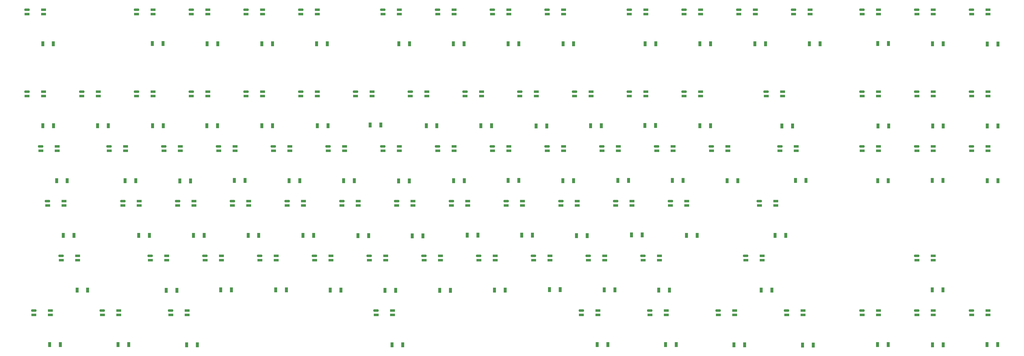
<source format=gbp>
G04*
G04 #@! TF.GenerationSoftware,Altium Limited,Altium Designer,20.0.2 (26)*
G04*
G04 Layer_Color=128*
%FSLAX25Y25*%
%MOIN*%
G70*
G01*
G75*
%ADD143R,0.06693X0.03543*%
G04:AMPARAMS|DCode=144|XSize=70.87mil|YSize=35.43mil|CornerRadius=0mil|HoleSize=0mil|Usage=FLASHONLY|Rotation=0.000|XOffset=0mil|YOffset=0mil|HoleType=Round|Shape=Octagon|*
%AMOCTAGOND144*
4,1,8,0.03543,-0.00886,0.03543,0.00886,0.02657,0.01772,-0.02657,0.01772,-0.03543,0.00886,-0.03543,-0.00886,-0.02657,-0.01772,0.02657,-0.01772,0.03543,-0.00886,0.0*
%
%ADD144OCTAGOND144*%

%ADD145R,0.04400X0.06700*%
D143*
X135060Y179328D02*
D03*
Y173423D02*
D03*
X112619D02*
D03*
X1091311Y254328D02*
D03*
Y248423D02*
D03*
X1068870D02*
D03*
X75036Y98477D02*
D03*
X97476D02*
D03*
Y104383D02*
D03*
X168785Y98477D02*
D03*
X191226D02*
D03*
Y104383D02*
D03*
X262535Y98477D02*
D03*
X284976D02*
D03*
Y104383D02*
D03*
X825034Y98477D02*
D03*
X847475D02*
D03*
Y104383D02*
D03*
X918786Y98477D02*
D03*
X941227D02*
D03*
Y104383D02*
D03*
X1012534Y98477D02*
D03*
X1034975D02*
D03*
Y104383D02*
D03*
X1106286Y98477D02*
D03*
X1128727D02*
D03*
Y104383D02*
D03*
X1078244Y398423D02*
D03*
X1100685D02*
D03*
Y404328D02*
D03*
X116256Y254334D02*
D03*
Y248429D02*
D03*
X93815D02*
D03*
X1072559Y179328D02*
D03*
Y173423D02*
D03*
X1050118D02*
D03*
X65744Y510924D02*
D03*
X88185D02*
D03*
Y516830D02*
D03*
X215744Y510924D02*
D03*
X238185D02*
D03*
Y516830D02*
D03*
X290744Y510924D02*
D03*
X313185D02*
D03*
Y516830D02*
D03*
X365744Y510924D02*
D03*
X388185D02*
D03*
Y516830D02*
D03*
X440744Y510924D02*
D03*
X463185D02*
D03*
Y516830D02*
D03*
X553244Y510924D02*
D03*
X575685D02*
D03*
Y516830D02*
D03*
X628244Y510924D02*
D03*
X650685D02*
D03*
Y516830D02*
D03*
X703244Y510924D02*
D03*
X725685D02*
D03*
Y516830D02*
D03*
X778244Y510924D02*
D03*
X800685D02*
D03*
Y516830D02*
D03*
X890744Y510924D02*
D03*
X913185D02*
D03*
Y516830D02*
D03*
X965744Y510924D02*
D03*
X988185D02*
D03*
Y516830D02*
D03*
X1040744Y510924D02*
D03*
X1063185D02*
D03*
Y516830D02*
D03*
X1115744Y510924D02*
D03*
X1138185D02*
D03*
Y516830D02*
D03*
X1209496Y510924D02*
D03*
X1231937D02*
D03*
Y516830D02*
D03*
X1284496Y510924D02*
D03*
X1306937D02*
D03*
Y516830D02*
D03*
X1359496Y510924D02*
D03*
X1381937D02*
D03*
Y516830D02*
D03*
X65744Y398423D02*
D03*
X88185D02*
D03*
Y404328D02*
D03*
X140744Y398423D02*
D03*
X163185D02*
D03*
Y404328D02*
D03*
X215744Y398423D02*
D03*
X238185D02*
D03*
Y404328D02*
D03*
X290744Y398423D02*
D03*
X313185D02*
D03*
Y404328D02*
D03*
X365744Y398423D02*
D03*
X388185D02*
D03*
Y404328D02*
D03*
X440744Y398423D02*
D03*
X463185D02*
D03*
Y404328D02*
D03*
X515744Y398423D02*
D03*
X538185D02*
D03*
Y404328D02*
D03*
X590744Y398423D02*
D03*
X613185D02*
D03*
Y404328D02*
D03*
X665744Y398423D02*
D03*
X688185D02*
D03*
Y404328D02*
D03*
X740744Y398423D02*
D03*
X763185D02*
D03*
Y404328D02*
D03*
X815744Y398423D02*
D03*
X838185D02*
D03*
Y404328D02*
D03*
X890744Y398423D02*
D03*
X913185D02*
D03*
Y404328D02*
D03*
X965744Y398423D02*
D03*
X988185D02*
D03*
Y404328D02*
D03*
X1209496Y398423D02*
D03*
X1231937D02*
D03*
Y404328D02*
D03*
X1284496Y398423D02*
D03*
X1306937D02*
D03*
Y404328D02*
D03*
X1359496Y398423D02*
D03*
X1381937D02*
D03*
Y404328D02*
D03*
X178244Y323423D02*
D03*
X200685D02*
D03*
Y329328D02*
D03*
X253244Y323423D02*
D03*
X275685D02*
D03*
Y329328D02*
D03*
X328244Y323423D02*
D03*
X350685D02*
D03*
Y329328D02*
D03*
X403244Y323423D02*
D03*
X425685D02*
D03*
Y329328D02*
D03*
X478244Y323423D02*
D03*
X500685D02*
D03*
Y329328D02*
D03*
X553244Y323423D02*
D03*
X575685D02*
D03*
Y329328D02*
D03*
X628244Y323423D02*
D03*
X650685D02*
D03*
Y329328D02*
D03*
X1359496Y98423D02*
D03*
X1381937D02*
D03*
Y104329D02*
D03*
X703244Y323423D02*
D03*
X725685D02*
D03*
Y329328D02*
D03*
X778244Y323423D02*
D03*
X800685D02*
D03*
Y329328D02*
D03*
X853244Y323423D02*
D03*
X875685D02*
D03*
Y329328D02*
D03*
X928244Y323423D02*
D03*
X950685D02*
D03*
Y329328D02*
D03*
X1003244Y323423D02*
D03*
X1025685D02*
D03*
Y329328D02*
D03*
X1209496Y323423D02*
D03*
X1231937D02*
D03*
Y329328D02*
D03*
X1284496Y323423D02*
D03*
X1306937D02*
D03*
Y329328D02*
D03*
X1359496Y323423D02*
D03*
X1381937D02*
D03*
Y329328D02*
D03*
X196994Y248423D02*
D03*
X219435D02*
D03*
Y254328D02*
D03*
X271994Y248423D02*
D03*
X294435D02*
D03*
Y254328D02*
D03*
X346994Y248423D02*
D03*
X369435D02*
D03*
Y254328D02*
D03*
X421996Y248423D02*
D03*
X444437D02*
D03*
Y254328D02*
D03*
X496996Y248423D02*
D03*
X519437D02*
D03*
Y254328D02*
D03*
X571996Y248423D02*
D03*
X594437D02*
D03*
Y254328D02*
D03*
X646996Y248423D02*
D03*
X669437D02*
D03*
Y254328D02*
D03*
X721996Y248423D02*
D03*
X744437D02*
D03*
Y254328D02*
D03*
X796996Y248423D02*
D03*
X819437D02*
D03*
Y254328D02*
D03*
X871996Y248423D02*
D03*
X894437D02*
D03*
Y254328D02*
D03*
X946996Y248423D02*
D03*
X969437D02*
D03*
Y254328D02*
D03*
X234494Y173423D02*
D03*
X256935D02*
D03*
Y179328D02*
D03*
X309494Y173423D02*
D03*
X331935D02*
D03*
Y179328D02*
D03*
X384496Y173423D02*
D03*
X406937D02*
D03*
Y179328D02*
D03*
X459496Y173423D02*
D03*
X481937D02*
D03*
Y179328D02*
D03*
X534496Y173423D02*
D03*
X556937D02*
D03*
Y179328D02*
D03*
X609496Y173423D02*
D03*
X631937D02*
D03*
Y179328D02*
D03*
X684496Y173423D02*
D03*
X706937D02*
D03*
Y179328D02*
D03*
X759496Y173423D02*
D03*
X781937D02*
D03*
Y179328D02*
D03*
X834496Y173423D02*
D03*
X856937D02*
D03*
Y179328D02*
D03*
X909496Y173423D02*
D03*
X931937D02*
D03*
Y179328D02*
D03*
X1284496Y173423D02*
D03*
X1306937D02*
D03*
Y179328D02*
D03*
X1209496Y98423D02*
D03*
X1231937D02*
D03*
Y104329D02*
D03*
X1284496Y98423D02*
D03*
X1306937D02*
D03*
Y104329D02*
D03*
X106935Y329328D02*
D03*
Y323423D02*
D03*
X84494D02*
D03*
X1119437Y329328D02*
D03*
Y323423D02*
D03*
X1096996D02*
D03*
X543870Y98423D02*
D03*
X566311D02*
D03*
Y104329D02*
D03*
D144*
X112423Y179328D02*
D03*
X1068673Y254328D02*
D03*
X74839Y104383D02*
D03*
X168588D02*
D03*
X262338D02*
D03*
X824837D02*
D03*
X918589D02*
D03*
X1012337D02*
D03*
X1106089D02*
D03*
X1078047Y404328D02*
D03*
X93619Y254334D02*
D03*
X1049921Y179328D02*
D03*
X65547Y516830D02*
D03*
X215547D02*
D03*
X290547D02*
D03*
X365547D02*
D03*
X440547D02*
D03*
X553047D02*
D03*
X628047D02*
D03*
X703047D02*
D03*
X778047D02*
D03*
X890547D02*
D03*
X965547D02*
D03*
X1040547D02*
D03*
X1115547D02*
D03*
X1209299D02*
D03*
X1284299D02*
D03*
X1359299D02*
D03*
X65547Y404328D02*
D03*
X140547D02*
D03*
X215547D02*
D03*
X290547D02*
D03*
X365547D02*
D03*
X440547D02*
D03*
X515547D02*
D03*
X590547D02*
D03*
X665547D02*
D03*
X740547D02*
D03*
X815547D02*
D03*
X890547D02*
D03*
X965547D02*
D03*
X1209299D02*
D03*
X1284299D02*
D03*
X1359299D02*
D03*
X178047Y329328D02*
D03*
X253047D02*
D03*
X328047D02*
D03*
X403047D02*
D03*
X478047D02*
D03*
X553047D02*
D03*
X628047D02*
D03*
X1359299Y104329D02*
D03*
X703047Y329328D02*
D03*
X778047D02*
D03*
X853047D02*
D03*
X928047D02*
D03*
X1003047D02*
D03*
X1209299D02*
D03*
X1284299D02*
D03*
X1359299D02*
D03*
X196797Y254328D02*
D03*
X271797D02*
D03*
X346797D02*
D03*
X421799D02*
D03*
X496799D02*
D03*
X571799D02*
D03*
X646799D02*
D03*
X721799D02*
D03*
X796799D02*
D03*
X871799D02*
D03*
X946799D02*
D03*
X234297Y179328D02*
D03*
X309297D02*
D03*
X384299D02*
D03*
X459299D02*
D03*
X534299D02*
D03*
X609299D02*
D03*
X684299D02*
D03*
X759299D02*
D03*
X834299D02*
D03*
X909299D02*
D03*
X1284299D02*
D03*
X1209299Y104329D02*
D03*
X1284299D02*
D03*
X84297Y329328D02*
D03*
X1096799D02*
D03*
X543673Y104329D02*
D03*
D145*
X87113Y470037D02*
D03*
X101713D02*
D03*
X237185Y470297D02*
D03*
X251785D02*
D03*
X312240Y470232D02*
D03*
X326840D02*
D03*
X387328Y470089D02*
D03*
X401928D02*
D03*
X462208Y470206D02*
D03*
X476808D02*
D03*
X574970Y470024D02*
D03*
X589570D02*
D03*
X649720Y470154D02*
D03*
X664320D02*
D03*
X724756Y470193D02*
D03*
X739356D02*
D03*
X799792Y470180D02*
D03*
X814392D02*
D03*
X912398Y470245D02*
D03*
X926998D02*
D03*
X987265Y470063D02*
D03*
X1001865D02*
D03*
X1062646Y470245D02*
D03*
X1077246D02*
D03*
X1137221Y470141D02*
D03*
X1151821D02*
D03*
X87405Y357782D02*
D03*
X102005D02*
D03*
X162318Y357704D02*
D03*
X176918D02*
D03*
X237627Y357834D02*
D03*
X252227D02*
D03*
X312045Y357808D02*
D03*
X326645D02*
D03*
X387309Y357756D02*
D03*
X401909D02*
D03*
X463294Y357743D02*
D03*
X477894D02*
D03*
X535613Y358718D02*
D03*
X550213D02*
D03*
X612469Y357860D02*
D03*
X627069D02*
D03*
X687420Y357743D02*
D03*
X702020D02*
D03*
X763100Y357288D02*
D03*
X777700D02*
D03*
X837512Y357834D02*
D03*
X852112D02*
D03*
X912002Y358107D02*
D03*
X926602D02*
D03*
X987259Y357886D02*
D03*
X1001859D02*
D03*
X1099735Y357418D02*
D03*
X1114335D02*
D03*
X106119Y282512D02*
D03*
X120719D02*
D03*
X199953Y282577D02*
D03*
X214553D02*
D03*
X274989Y282213D02*
D03*
X289589D02*
D03*
X349739Y282824D02*
D03*
X364339D02*
D03*
X424547Y282590D02*
D03*
X439147D02*
D03*
X499434Y282473D02*
D03*
X514034D02*
D03*
X574678Y282265D02*
D03*
X589278D02*
D03*
X649850Y282538D02*
D03*
X664450D02*
D03*
X724633Y282876D02*
D03*
X739233D02*
D03*
X799552Y282395D02*
D03*
X814152D02*
D03*
X875023Y282772D02*
D03*
X889623D02*
D03*
X949728Y282655D02*
D03*
X964328D02*
D03*
X1024725Y282343D02*
D03*
X1039325D02*
D03*
X1118169Y282694D02*
D03*
X1132769D02*
D03*
X115414Y207541D02*
D03*
X130014D02*
D03*
X218582Y207593D02*
D03*
X233182D02*
D03*
X293618Y207554D02*
D03*
X308218D02*
D03*
X368472Y207580D02*
D03*
X383072D02*
D03*
X443625Y207476D02*
D03*
X458225D02*
D03*
X518895Y207229D02*
D03*
X533495D02*
D03*
X593346Y206605D02*
D03*
X607946D02*
D03*
X668596Y207606D02*
D03*
X683196D02*
D03*
X743398Y207788D02*
D03*
X757998D02*
D03*
X818220Y207203D02*
D03*
X832820D02*
D03*
X893633Y208035D02*
D03*
X908233D02*
D03*
X968916Y207333D02*
D03*
X983516D02*
D03*
X1090349Y207489D02*
D03*
X1104949D02*
D03*
X134134Y132557D02*
D03*
X148734D02*
D03*
X256347Y132154D02*
D03*
X270947D02*
D03*
X331090Y132830D02*
D03*
X345690D02*
D03*
X406263Y132882D02*
D03*
X420863D02*
D03*
X481000Y132401D02*
D03*
X495600D02*
D03*
X555997Y132011D02*
D03*
X570597D02*
D03*
X631072D02*
D03*
X645672D02*
D03*
X705861Y132531D02*
D03*
X720461D02*
D03*
X781215Y132999D02*
D03*
X795815D02*
D03*
X856433Y132778D02*
D03*
X871033D02*
D03*
X931034Y132349D02*
D03*
X945634D02*
D03*
X1071200Y132500D02*
D03*
X1085800D02*
D03*
X96648Y57768D02*
D03*
X111248D02*
D03*
X190346Y57638D02*
D03*
X204946D02*
D03*
X284355Y57287D02*
D03*
X298955D02*
D03*
X565604Y57495D02*
D03*
X580204D02*
D03*
X846755Y57898D02*
D03*
X861355D02*
D03*
X940420Y57716D02*
D03*
X955020D02*
D03*
X1034033Y57378D02*
D03*
X1048633D02*
D03*
X1127945Y57079D02*
D03*
X1142545D02*
D03*
X1231035Y470336D02*
D03*
X1245635D02*
D03*
X1306045Y469985D02*
D03*
X1320645D02*
D03*
X1381042Y469868D02*
D03*
X1395642D02*
D03*
X1231308Y357431D02*
D03*
X1245908D02*
D03*
X1306162Y357353D02*
D03*
X1320762D02*
D03*
X1380892Y357574D02*
D03*
X1395492D02*
D03*
X1230827Y282603D02*
D03*
X1245427D02*
D03*
X1305772Y282850D02*
D03*
X1320372D02*
D03*
X1380970Y282590D02*
D03*
X1395570D02*
D03*
X1305759Y132856D02*
D03*
X1320359D02*
D03*
X1230684Y57820D02*
D03*
X1245284D02*
D03*
X1305980Y57456D02*
D03*
X1320580D02*
D03*
X1380756Y57703D02*
D03*
X1395356D02*
D03*
M02*

</source>
